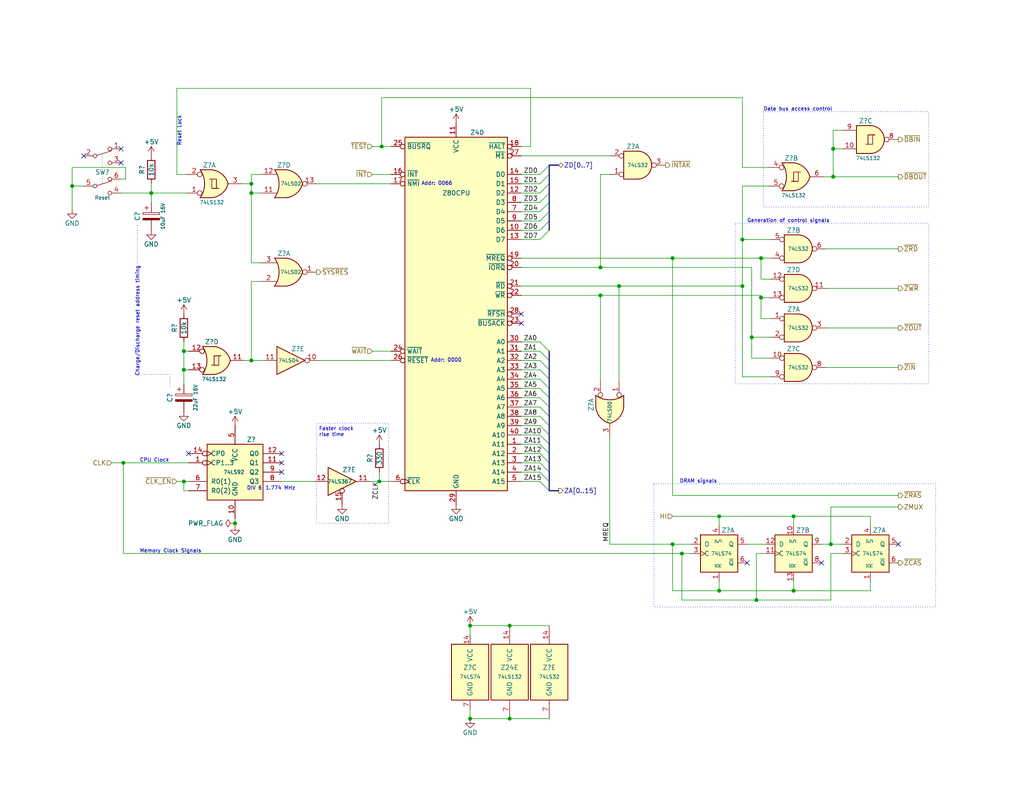
<source format=kicad_sch>
(kicad_sch (version 20230121) (generator eeschema)
  (paper "USLetter")
  (title_block (title "TRS-80 Model I") (date "2023-10-24") (rev "G") (company "RetroStack - Marcel Erz") (comment 2 "CPU with reset circuits (button and power-up), clock divider, RAS & CAS divider, signals") (comment 4 "CPU & Signals"))
  (lib_symbols
    (symbol "74xx:74LS00" (pin_names (offset 1.016))
      (property "Reference" "U" (at 0 1.27 0))
      (property "Value" "74LS00" (at 0 -1.27 0))
      (symbol "74LS00_1_1"
        (pin input line (at -7.62 2.54 0) (length 3.81) (name "~") (number "1"))
        (pin input line (at -7.62 -2.54 0) (length 3.81) (name "~") (number "2"))
        (pin output inverted (at 7.62 0 180) (length 3.81) (name "~") (number "3"))
      )
      (symbol "74LS00_1_2"
        (pin input inverted (at -7.62 2.54 0) (length 4.318) (name "~") (number "1"))
        (pin input inverted (at -7.62 -2.54 0) (length 4.318) (name "~") (number "2"))
        (pin output line (at 7.62 0 180) (length 3.81) (name "~") (number "3"))
      )
      (symbol "74LS00_2_1"
        (pin input line (at -7.62 2.54 0) (length 3.81) (name "~") (number "4"))
        (pin input line (at -7.62 -2.54 0) (length 3.81) (name "~") (number "5"))
        (pin output inverted (at 7.62 0 180) (length 3.81) (name "~") (number "6"))
      )
      (symbol "74LS00_2_2"
        (pin input inverted (at -7.62 2.54 0) (length 4.318) (name "~") (number "4"))
        (pin input inverted (at -7.62 -2.54 0) (length 4.318) (name "~") (number "5"))
        (pin output line (at 7.62 0 180) (length 3.81) (name "~") (number "6"))
      )
      (symbol "74LS00_3_1"
        (pin input line (at -7.62 -2.54 0) (length 3.81) (name "~") (number "10"))
        (pin output inverted (at 7.62 0 180) (length 3.81) (name "~") (number "8"))
        (pin input line (at -7.62 2.54 0) (length 3.81) (name "~") (number "9"))
      )
      (symbol "74LS00_3_2"
        (pin input inverted (at -7.62 -2.54 0) (length 4.318) (name "~") (number "10"))
        (pin output line (at 7.62 0 180) (length 3.81) (name "~") (number "8"))
        (pin input inverted (at -7.62 2.54 0) (length 4.318) (name "~") (number "9"))
      )
      (symbol "74LS00_4_1"
        (pin output inverted (at 7.62 0 180) (length 3.81) (name "~") (number "11"))
        (pin input line (at -7.62 2.54 0) (length 3.81) (name "~") (number "12"))
        (pin input line (at -7.62 -2.54 0) (length 3.81) (name "~") (number "13"))
      )
      (symbol "74LS00_4_2"
        (pin output line (at 7.62 0 180) (length 3.81) (name "~") (number "11"))
        (pin input inverted (at -7.62 2.54 0) (length 4.318) (name "~") (number "12"))
        (pin input inverted (at -7.62 -2.54 0) (length 4.318) (name "~") (number "13"))
      )
      (symbol "74LS00_5_0"
        (pin power_in line (at 0 12.7 270) (length 5.08) (name "VCC") (number "14"))
        (pin power_in line (at 0 -12.7 90) (length 5.08) (name "GND") (number "7"))
      )
    )
    (symbol "74xx:74LS02" (pin_names (offset 1.016))
      (property "Reference" "U" (at 0 1.27 0))
      (property "Value" "74LS02" (at 0 -1.27 0))
      (symbol "74LS02_1_1"
        (pin output inverted (at 7.62 0 180) (length 3.81) (name "~") (number "1"))
        (pin input line (at -7.62 2.54 0) (length 4.318) (name "~") (number "2"))
        (pin input line (at -7.62 -2.54 0) (length 4.318) (name "~") (number "3"))
      )
      (symbol "74LS02_1_2"
        (pin output line (at 7.62 0 180) (length 3.81) (name "~") (number "1"))
        (pin input inverted (at -7.62 2.54 0) (length 3.81) (name "~") (number "2"))
        (pin input inverted (at -7.62 -2.54 0) (length 3.81) (name "~") (number "3"))
      )
      (symbol "74LS02_2_1"
        (pin output inverted (at 7.62 0 180) (length 3.81) (name "~") (number "4"))
        (pin input line (at -7.62 2.54 0) (length 4.318) (name "~") (number "5"))
        (pin input line (at -7.62 -2.54 0) (length 4.318) (name "~") (number "6"))
      )
      (symbol "74LS02_2_2"
        (pin output line (at 7.62 0 180) (length 3.81) (name "~") (number "4"))
        (pin input inverted (at -7.62 2.54 0) (length 3.81) (name "~") (number "5"))
        (pin input inverted (at -7.62 -2.54 0) (length 3.81) (name "~") (number "6"))
      )
      (symbol "74LS02_3_1"
        (pin output inverted (at 7.62 0 180) (length 3.81) (name "~") (number "10"))
        (pin input line (at -7.62 2.54 0) (length 4.318) (name "~") (number "8"))
        (pin input line (at -7.62 -2.54 0) (length 4.318) (name "~") (number "9"))
      )
      (symbol "74LS02_3_2"
        (pin output line (at 7.62 0 180) (length 3.81) (name "~") (number "10"))
        (pin input inverted (at -7.62 2.54 0) (length 3.81) (name "~") (number "8"))
        (pin input inverted (at -7.62 -2.54 0) (length 3.81) (name "~") (number "9"))
      )
      (symbol "74LS02_4_1"
        (pin input line (at -7.62 2.54 0) (length 4.318) (name "~") (number "11"))
        (pin input line (at -7.62 -2.54 0) (length 4.318) (name "~") (number "12"))
        (pin output inverted (at 7.62 0 180) (length 3.81) (name "~") (number "13"))
      )
      (symbol "74LS02_4_2"
        (pin input inverted (at -7.62 2.54 0) (length 3.81) (name "~") (number "11"))
        (pin input inverted (at -7.62 -2.54 0) (length 3.81) (name "~") (number "12"))
        (pin output line (at 7.62 0 180) (length 3.81) (name "~") (number "13"))
      )
      (symbol "74LS02_5_0"
        (pin power_in line (at 0 12.7 270) (length 5.08) (name "VCC") (number "14"))
        (pin power_in line (at 0 -12.7 90) (length 5.08) (name "GND") (number "7"))
      )
    )
    (symbol "74xx:74LS04"
      (property "Reference" "U" (at 0 1.27 0))
      (property "Value" "74LS04" (at 0 -1.27 0))
      (symbol "74LS04_1_0"
        (pin input line (at -7.62 0 0) (length 3.81) (name "~") (number "1"))
        (pin output inverted (at 7.62 0 180) (length 3.81) (name "~") (number "2"))
      )
      (symbol "74LS04_2_0"
        (pin input line (at -7.62 0 0) (length 3.81) (name "~") (number "3"))
        (pin output inverted (at 7.62 0 180) (length 3.81) (name "~") (number "4"))
      )
      (symbol "74LS04_3_0"
        (pin input line (at -7.62 0 0) (length 3.81) (name "~") (number "5"))
        (pin output inverted (at 7.62 0 180) (length 3.81) (name "~") (number "6"))
      )
      (symbol "74LS04_4_0"
        (pin output inverted (at 7.62 0 180) (length 3.81) (name "~") (number "8"))
        (pin input line (at -7.62 0 0) (length 3.81) (name "~") (number "9"))
      )
      (symbol "74LS04_5_0"
        (pin output inverted (at 7.62 0 180) (length 3.81) (name "~") (number "10"))
        (pin input line (at -7.62 0 0) (length 3.81) (name "~") (number "11"))
      )
      (symbol "74LS04_6_0"
        (pin output inverted (at 7.62 0 180) (length 3.81) (name "~") (number "12"))
        (pin input line (at -7.62 0 0) (length 3.81) (name "~") (number "13"))
      )
      (symbol "74LS04_7_0"
        (pin power_in line (at 0 12.7 270) (length 5.08) (name "VCC") (number "14"))
        (pin power_in line (at 0 -12.7 90) (length 5.08) (name "GND") (number "7"))
      )
    )
    (symbol "74xx:74LS132" (pin_names (offset 1.016))
      (property "Reference" "U" (at 0 1.27 0))
      (property "Value" "74LS132" (at 0 -1.27 0))
      (symbol "74LS132_1_1"
        (pin input line (at -7.62 2.54 0) (length 3.81) (name "~") (number "1"))
        (pin input line (at -7.62 -2.54 0) (length 3.81) (name "~") (number "2"))
        (pin output inverted (at 7.62 0 180) (length 3.81) (name "~") (number "3"))
      )
      (symbol "74LS132_1_2"
        (pin input inverted (at -7.62 2.54 0) (length 4.318) (name "~") (number "1"))
        (pin input inverted (at -7.62 -2.54 0) (length 4.318) (name "~") (number "2"))
        (pin output line (at 7.62 0 180) (length 3.81) (name "~") (number "3"))
      )
      (symbol "74LS132_2_1"
        (pin input line (at -7.62 2.54 0) (length 3.81) (name "~") (number "4"))
        (pin input line (at -7.62 -2.54 0) (length 3.81) (name "~") (number "5"))
        (pin output inverted (at 7.62 0 180) (length 3.81) (name "~") (number "6"))
      )
      (symbol "74LS132_2_2"
        (pin input inverted (at -7.62 2.54 0) (length 4.318) (name "~") (number "4"))
        (pin input inverted (at -7.62 -2.54 0) (length 4.318) (name "~") (number "5"))
        (pin output line (at 7.62 0 180) (length 3.81) (name "~") (number "6"))
      )
      (symbol "74LS132_3_1"
        (pin input line (at -7.62 -2.54 0) (length 3.81) (name "~") (number "10"))
        (pin output inverted (at 7.62 0 180) (length 3.81) (name "~") (number "8"))
        (pin input line (at -7.62 2.54 0) (length 3.81) (name "~") (number "9"))
      )
      (symbol "74LS132_3_2"
        (pin input inverted (at -7.62 -2.54 0) (length 4.318) (name "~") (number "10"))
        (pin output line (at 7.62 0 180) (length 3.81) (name "~") (number "8"))
        (pin input inverted (at -7.62 2.54 0) (length 4.318) (name "~") (number "9"))
      )
      (symbol "74LS132_4_1"
        (pin output inverted (at 7.62 0 180) (length 3.81) (name "~") (number "11"))
        (pin input line (at -7.62 2.54 0) (length 3.81) (name "~") (number "12"))
        (pin input line (at -7.62 -2.54 0) (length 3.81) (name "~") (number "13"))
      )
      (symbol "74LS132_4_2"
        (pin output line (at 7.62 0 180) (length 3.81) (name "~") (number "11"))
        (pin input inverted (at -7.62 2.54 0) (length 4.318) (name "~") (number "12"))
        (pin input inverted (at -7.62 -2.54 0) (length 4.318) (name "~") (number "13"))
      )
      (symbol "74LS132_5_0"
        (pin power_in line (at 0 12.7 270) (length 5.08) (name "VCC") (number "14"))
        (pin power_in line (at 0 -12.7 90) (length 5.08) (name "GND") (number "7"))
      )
    )
    (symbol "74xx:74LS32" (pin_names (offset 1.016))
      (property "Reference" "U" (at 0 1.27 0))
      (property "Value" "74LS32" (at 0 -1.27 0))
      (symbol "74LS32_1_1"
        (pin input line (at -7.62 2.54 0) (length 4.318) (name "~") (number "1"))
        (pin input line (at -7.62 -2.54 0) (length 4.318) (name "~") (number "2"))
        (pin output line (at 7.62 0 180) (length 3.81) (name "~") (number "3"))
      )
      (symbol "74LS32_1_2"
        (pin input inverted (at -7.62 2.54 0) (length 3.81) (name "~") (number "1"))
        (pin input inverted (at -7.62 -2.54 0) (length 3.81) (name "~") (number "2"))
        (pin output inverted (at 7.62 0 180) (length 3.81) (name "~") (number "3"))
      )
      (symbol "74LS32_2_1"
        (pin input line (at -7.62 2.54 0) (length 4.318) (name "~") (number "4"))
        (pin input line (at -7.62 -2.54 0) (length 4.318) (name "~") (number "5"))
        (pin output line (at 7.62 0 180) (length 3.81) (name "~") (number "6"))
      )
      (symbol "74LS32_2_2"
        (pin input inverted (at -7.62 2.54 0) (length 3.81) (name "~") (number "4"))
        (pin input inverted (at -7.62 -2.54 0) (length 3.81) (name "~") (number "5"))
        (pin output inverted (at 7.62 0 180) (length 3.81) (name "~") (number "6"))
      )
      (symbol "74LS32_3_1"
        (pin input line (at -7.62 -2.54 0) (length 4.318) (name "~") (number "10"))
        (pin output line (at 7.62 0 180) (length 3.81) (name "~") (number "8"))
        (pin input line (at -7.62 2.54 0) (length 4.318) (name "~") (number "9"))
      )
      (symbol "74LS32_3_2"
        (pin input inverted (at -7.62 -2.54 0) (length 3.81) (name "~") (number "10"))
        (pin output inverted (at 7.62 0 180) (length 3.81) (name "~") (number "8"))
        (pin input inverted (at -7.62 2.54 0) (length 3.81) (name "~") (number "9"))
      )
      (symbol "74LS32_4_1"
        (pin output line (at 7.62 0 180) (length 3.81) (name "~") (number "11"))
        (pin input line (at -7.62 2.54 0) (length 4.318) (name "~") (number "12"))
        (pin input line (at -7.62 -2.54 0) (length 4.318) (name "~") (number "13"))
      )
      (symbol "74LS32_4_2"
        (pin output inverted (at 7.62 0 180) (length 3.81) (name "~") (number "11"))
        (pin input inverted (at -7.62 2.54 0) (length 3.81) (name "~") (number "12"))
        (pin input inverted (at -7.62 -2.54 0) (length 3.81) (name "~") (number "13"))
      )
      (symbol "74LS32_5_0"
        (pin power_in line (at 0 12.7 270) (length 5.08) (name "VCC") (number "14"))
        (pin power_in line (at 0 -12.7 90) (length 5.08) (name "GND") (number "7"))
      )
    )
    (symbol "74xx:74LS74" (pin_names (offset 1.016))
      (property "Reference" "U" (at -7.62 8.89 0))
      (property "Value" "74LS74" (at -7.62 -8.89 0))
      (symbol "74LS74_1_0"
        (pin input line (at 0 -7.62 90) (length 2.54) (name "~{R}") (number "1"))
        (pin input line (at -7.62 2.54 0) (length 2.54) (name "D") (number "2"))
        (pin input clock (at -7.62 0 0) (length 2.54) (name "C") (number "3"))
        (pin input line (at 0 7.62 270) (length 2.54) (name "~{S}") (number "4"))
        (pin output line (at 7.62 2.54 180) (length 2.54) (name "Q") (number "5"))
        (pin output line (at 7.62 -2.54 180) (length 2.54) (name "~{Q}") (number "6"))
      )
      (symbol "74LS74_2_0"
        (pin input line (at 0 7.62 270) (length 2.54) (name "~{S}") (number "10"))
        (pin input clock (at -7.62 0 0) (length 2.54) (name "C") (number "11"))
        (pin input line (at -7.62 2.54 0) (length 2.54) (name "D") (number "12"))
        (pin input line (at 0 -7.62 90) (length 2.54) (name "~{R}") (number "13"))
        (pin output line (at 7.62 -2.54 180) (length 2.54) (name "~{Q}") (number "8"))
        (pin output line (at 7.62 2.54 180) (length 2.54) (name "Q") (number "9"))
      )
      (symbol "74LS74_3_0"
        (pin power_in line (at 0 10.16 270) (length 2.54) (name "VCC") (number "14"))
        (pin power_in line (at 0 -10.16 90) (length 2.54) (name "GND") (number "7"))
      )
    )
    (symbol "74xx:74LS92" (pin_names (offset 1.016))
      (property "Reference" "U" (at -7.62 8.89 0))
      (property "Value" "74LS92" (at -7.62 -8.89 0))
      (symbol "74LS92_1_0"
        (pin input inverted_clock (at -12.7 2.54 0) (length 5.08) (name "CP1..3") (number "1"))
        (pin power_in line (at 0 -12.7 90) (length 5.08) (name "GND") (number "10"))
        (pin output line (at 12.7 2.54 180) (length 5.08) (name "Q1") (number "11"))
        (pin output line (at 12.7 5.08 180) (length 5.08) (name "Q0") (number "12"))
        (pin input inverted_clock (at -12.7 5.08 0) (length 5.08) (name "CP0") (number "14"))
        (pin power_in line (at 0 12.7 270) (length 5.08) (name "VCC") (number "5"))
        (pin input line (at -12.7 -2.54 0) (length 5.08) (name "R0(1)") (number "6"))
        (pin input line (at -12.7 -5.08 0) (length 5.08) (name "R0(2)") (number "7"))
        (pin output line (at 12.7 -2.54 180) (length 5.08) (name "Q3") (number "8"))
        (pin output line (at 12.7 0 180) (length 5.08) (name "Q2") (number "9"))
      )
    )
    (symbol "Device:C_Polarized" (pin_numbers hide) (pin_names (offset 0.254))
      (property "Reference" "C" (at 0.635 2.54 0))
      (property "Value" "C_Polarized" (at 0.635 -2.54 0))
      (symbol "C_Polarized_1_1"
        (pin passive line (at 0 3.81 270) (length 2.794) (name "~") (number "1"))
        (pin passive line (at 0 -3.81 90) (length 2.794) (name "~") (number "2"))
      )
    )
    (symbol "Device:R" (pin_numbers hide) (pin_names (offset 0))
      (property "Reference" "R" (at 2.032 0 90))
      (property "Value" "R" (at 0 0 90))
      (symbol "R_1_1"
        (pin passive line (at 0 3.81 270) (length 1.27) (name "~") (number "1"))
        (pin passive line (at 0 -3.81 90) (length 1.27) (name "~") (number "2"))
      )
    )
    (symbol "RetroStackLibrary:74LS367_Split" (pin_names (offset 1.016))
      (property "Reference" "U" (at 0 1.27 0))
      (property "Value" "74LS367" (at 0 -1.27 0))
      (symbol "74LS367_Split_1_0"
        (pin input inverted (at 0 6.35 270) (length 4.445) (name "~") (number "1"))
        (pin input line (at -7.62 0 0) (length 3.81) (name "~") (number "2"))
        (pin tri_state line (at 7.62 0 180) (length 3.81) (name "~") (number "3"))
      )
      (symbol "74LS367_Split_2_0"
        (pin input line (at -7.62 0 0) (length 3.81) (name "~") (number "4"))
        (pin tri_state line (at 7.62 0 180) (length 3.81) (name "~") (number "5"))
      )
      (symbol "74LS367_Split_3_0"
        (pin input line (at -7.62 0 0) (length 3.81) (name "~") (number "6"))
        (pin tri_state line (at 7.62 0 180) (length 3.81) (name "~") (number "7"))
      )
      (symbol "74LS367_Split_4_0"
        (pin input line (at -7.62 0 0) (length 3.81) (name "~") (number "10"))
        (pin tri_state line (at 7.62 0 180) (length 3.81) (name "~") (number "9"))
      )
      (symbol "74LS367_Split_5_0"
        (pin tri_state line (at 8.255 -6.35 180) (length 3.81) (name "~") (number "11"))
        (pin input line (at -6.985 -6.35 0) (length 3.81) (name "~") (number "12"))
        (pin input inverted (at 0.635 0 270) (length 4.445) (name "~") (number "15"))
      )
      (symbol "74LS367_Split_6_0"
        (pin tri_state line (at 7.62 0 180) (length 3.81) (name "~") (number "13"))
        (pin input line (at -7.62 0 0) (length 3.81) (name "~") (number "14"))
      )
      (symbol "74LS367_Split_7_0"
        (pin power_in line (at 0 1.905 270) (length 5.08) (name "VCC") (number "16"))
        (pin power_in line (at 0 -23.495 90) (length 5.08) (name "GND") (number "8"))
      )
    )
    (symbol "RetroStackLibrary:SW_DPST"
      (property "Reference" "SW" (at 0 0 0))
      (symbol "SW_DPST_1_1"
        (pin passive line (at 4.445 -2.54 180) (length 2.54) (name "~") (number "1"))
        (pin passive line (at -5.715 -4.445 0) (length 2.54) (name "~") (number "2"))
        (pin passive line (at 4.445 -6.35 180) (length 2.54) (name "~") (number "3"))
        (pin passive line (at 4.445 -14.605 180) (length 2.54) (name "~") (number "4"))
        (pin passive line (at -5.715 -12.7 0) (length 2.54) (name "~") (number "5"))
        (pin passive line (at 4.445 -10.795 180) (length 2.54) (name "~") (number "6"))
      )
    )
    (symbol "RetroStackLibrary:Z80"
      (property "Reference" "U" (at 0 0 0))
      (property "Value" "Z80" (at 0 0 0))
      (symbol "Z80_1_1"
        (pin output line (at 17.78 -87.63 180) (length 3.81) (name "A11") (number "1"))
        (pin bidirectional line (at 17.78 -29.21 180) (length 3.81) (name "D6") (number "10"))
        (pin power_in line (at 0 0 270) (length 3.81) (name "VCC") (number "11"))
        (pin bidirectional line (at 17.78 -19.05 180) (length 3.81) (name "D2") (number "12"))
        (pin bidirectional line (at 17.78 -31.75 180) (length 3.81) (name "D7") (number "13"))
        (pin bidirectional line (at 17.78 -13.97 180) (length 3.81) (name "D0") (number "14"))
        (pin bidirectional line (at 17.78 -16.51 180) (length 3.81) (name "D1") (number "15"))
        (pin input inverted (at -17.78 -13.97 0) (length 3.81) (name "~{INT}") (number "16"))
        (pin input inverted (at -17.78 -16.51 0) (length 3.81) (name "~{NMI}") (number "17"))
        (pin output inverted (at 17.78 -6.35 180) (length 3.81) (name "~{HALT}") (number "18"))
        (pin output inverted (at 17.78 -36.83 180) (length 3.81) (name "~{MREQ}") (number "19"))
        (pin output line (at 17.78 -90.17 180) (length 3.81) (name "A12") (number "2"))
        (pin output inverted (at 17.78 -39.37 180) (length 3.81) (name "~{IORQ}") (number "20"))
        (pin output inverted (at 17.78 -44.45 180) (length 3.81) (name "~{RD}") (number "21"))
        (pin output inverted (at 17.78 -46.99 180) (length 3.81) (name "~{WR}") (number "22"))
        (pin output inverted (at 17.78 -54.61 180) (length 3.81) (name "~{BUSACK}") (number "23"))
        (pin input inverted (at -17.78 -62.23 0) (length 3.81) (name "~{WAIT}") (number "24"))
        (pin input inverted (at -17.78 -6.35 0) (length 3.81) (name "~{BUSRQ}") (number "25"))
        (pin input inverted (at -17.78 -64.77 0) (length 3.81) (name "~{RESET}") (number "26"))
        (pin output inverted (at 17.78 -8.89 180) (length 3.81) (name "~{M1}") (number "27"))
        (pin output inverted (at 17.78 -52.07 180) (length 3.81) (name "~{RFSH}") (number "28"))
        (pin power_in line (at 0 -104.14 90) (length 3.81) (name "GND") (number "29"))
        (pin output line (at 17.78 -92.71 180) (length 3.81) (name "A13") (number "3"))
        (pin output line (at 17.78 -59.69 180) (length 3.81) (name "A0") (number "30"))
        (pin output line (at 17.78 -62.23 180) (length 3.81) (name "A1") (number "31"))
        (pin output line (at 17.78 -64.77 180) (length 3.81) (name "A2") (number "32"))
        (pin output line (at 17.78 -67.31 180) (length 3.81) (name "A3") (number "33"))
        (pin output line (at 17.78 -69.85 180) (length 3.81) (name "A4") (number "34"))
        (pin output line (at 17.78 -72.39 180) (length 3.81) (name "A5") (number "35"))
        (pin output line (at 17.78 -74.93 180) (length 3.81) (name "A6") (number "36"))
        (pin output line (at 17.78 -77.47 180) (length 3.81) (name "A7") (number "37"))
        (pin output line (at 17.78 -80.01 180) (length 3.81) (name "A8") (number "38"))
        (pin output line (at 17.78 -82.55 180) (length 3.81) (name "A9") (number "39"))
        (pin output line (at 17.78 -95.25 180) (length 3.81) (name "A14") (number "4"))
        (pin output line (at 17.78 -85.09 180) (length 3.81) (name "A10") (number "40"))
        (pin output line (at 17.78 -97.79 180) (length 3.81) (name "A15") (number "5"))
        (pin input inverted_clock (at -17.78 -97.79 0) (length 3.81) (name "~{CLK}") (number "6"))
        (pin bidirectional line (at 17.78 -24.13 180) (length 3.81) (name "D4") (number "7"))
        (pin bidirectional line (at 17.78 -21.59 180) (length 3.81) (name "D3") (number "8"))
        (pin bidirectional line (at 17.78 -26.67 180) (length 3.81) (name "D5") (number "9"))
      )
    )
    (symbol "power:+5V" (power) (pin_names (offset 0))
      (property "Value" "+5V" (at 0 3.556 0))
      (symbol "+5V_1_1"
        (pin power_in line (at 0 0 90) (length 0) hide (name "+5V") (number "1"))
      )
    )
    (symbol "power:GND" (power) (pin_names (offset 0))
      (property "Value" "GND" (at 0 -3.81 0))
      (symbol "GND_1_1"
        (pin power_in line (at 0 0 270) (length 0) hide (name "GND") (number "1"))
      )
    )
    (symbol "power:PWR_FLAG" (power) (pin_numbers hide) (pin_names (offset 0) hide)
      (property "Value" "PWR_FLAG" (at 0 3.81 0))
      (symbol "PWR_FLAG_0_0"
        (pin power_out line (at 0 0 90) (length 0) (name "pwr") (number "1"))
      )
    )
  )
  (junction (at 103.505 131.445))
  (junction (at 50.165 131.445))
  (junction (at 139.065 196.215))
  (junction (at 226.695 148.59))
  (junction (at 196.215 140.97))
  (junction (at 19.685 50.8))
  (junction (at 186.055 151.13))
  (junction (at 183.515 148.59))
  (junction (at 50.165 95.885))
  (junction (at 202.565 78.105))
  (junction (at 41.275 52.705))
  (junction (at 207.645 81.28))
  (junction (at 68.58 50.165))
  (junction (at 128.27 196.215))
  (junction (at 163.83 80.645))
  (junction (at 64.135 142.875))
  (junction (at 183.515 70.485))
  (junction (at 216.535 161.29))
  (junction (at 207.645 70.485))
  (junction (at 216.535 140.97))
  (junction (at 68.58 98.425))
  (junction (at 104.14 40.005))
  (junction (at 206.375 163.83))
  (junction (at 163.83 73.025))
  (junction (at 168.91 78.105))
  (junction (at 227.33 48.26))
  (junction (at 202.565 65.405))
  (junction (at 227.33 40.64))
  (junction (at 128.27 170.815))
  (junction (at 33.655 126.365))
  (junction (at 205.105 92.075))
  (junction (at 196.215 161.29))
  (junction (at 68.58 52.705))
  (junction (at 50.165 100.965))
  (junction (at 139.065 170.815))
  (no_connect (at 76.835 126.365))
  (no_connect (at 33.02 44.45))
  (no_connect (at 22.86 42.545))
  (no_connect (at 203.835 153.67))
  (no_connect (at 142.24 88.265))
  (no_connect (at 142.24 85.725))
  (no_connect (at 33.02 40.64))
  (no_connect (at 51.435 123.825))
  (no_connect (at 76.835 123.825))
  (no_connect (at 245.11 148.59))
  (no_connect (at 76.835 128.905))
  (no_connect (at 224.155 153.67))
  (bus_entry (at 147.32 62.865) (size 2.54 -2.54))
  (bus_entry (at 147.32 113.665) (size 2.54 2.54))
  (bus_entry (at 147.32 93.345) (size 2.54 2.54))
  (bus_entry (at 147.32 65.405) (size 2.54 -2.54))
  (bus_entry (at 147.32 118.745) (size 2.54 2.54))
  (bus_entry (at 147.32 57.785) (size 2.54 -2.54))
  (bus_entry (at 147.32 103.505) (size 2.54 2.54))
  (bus_entry (at 147.32 106.045) (size 2.54 2.54))
  (bus_entry (at 147.32 126.365) (size 2.54 2.54))
  (bus_entry (at 147.32 55.245) (size 2.54 -2.54))
  (bus_entry (at 147.32 128.905) (size 2.54 2.54))
  (bus_entry (at 147.32 111.125) (size 2.54 2.54))
  (bus_entry (at 147.32 121.285) (size 2.54 2.54))
  (bus_entry (at 147.32 123.825) (size 2.54 2.54))
  (bus_entry (at 147.32 108.585) (size 2.54 2.54))
  (bus_entry (at 147.32 116.205) (size 2.54 2.54))
  (bus_entry (at 147.32 47.625) (size 2.54 -2.54))
  (bus_entry (at 147.32 50.165) (size 2.54 -2.54))
  (bus_entry (at 147.32 52.705) (size 2.54 -2.54))
  (bus_entry (at 147.32 98.425) (size 2.54 2.54))
  (bus_entry (at 147.32 95.885) (size 2.54 2.54))
  (bus_entry (at 147.32 100.965) (size 2.54 2.54))
  (bus_entry (at 147.32 131.445) (size 2.54 2.54))
  (bus_entry (at 147.32 60.325) (size 2.54 -2.54))
  (bus (pts (xy 149.86 100.965) (xy 149.86 103.505)))
  (wire (pts (xy 142.24 131.445) (xy 147.32 131.445)))
  (wire (pts (xy 104.14 26.67) (xy 104.14 40.005)))
  (wire (pts (xy 196.215 140.97) (xy 216.535 140.97)))
  (bus (pts (xy 149.86 116.205) (xy 149.86 118.745)))
  (wire (pts (xy 48.26 131.445) (xy 50.165 131.445)))
  (wire (pts (xy 225.425 67.945) (xy 245.11 67.945)))
  (wire (pts (xy 225.425 100.33) (xy 245.11 100.33)))
  (wire (pts (xy 68.58 50.165) (xy 68.58 52.705)))
  (wire (pts (xy 196.215 161.29) (xy 216.535 161.29)))
  (wire (pts (xy 142.24 73.025) (xy 163.83 73.025)))
  (wire (pts (xy 229.87 151.13) (xy 226.695 151.13)))
  (wire (pts (xy 142.24 60.325) (xy 147.32 60.325)))
  (wire (pts (xy 50.8 47.625) (xy 48.26 47.625)))
  (wire (pts (xy 227.33 35.56) (xy 227.33 40.64)))
  (wire (pts (xy 22.86 50.8) (xy 19.685 50.8)))
  (wire (pts (xy 142.24 106.045) (xy 147.32 106.045)))
  (bus (pts (xy 149.86 118.745) (xy 149.86 121.285)))
  (wire (pts (xy 71.12 47.625) (xy 68.58 47.625)))
  (wire (pts (xy 227.33 40.64) (xy 227.33 48.26)))
  (wire (pts (xy 183.515 140.97) (xy 196.215 140.97)))
  (bus (pts (xy 149.86 108.585) (xy 149.86 111.125)))
  (bus (pts (xy 149.86 60.325) (xy 149.86 57.785)))
  (wire (pts (xy 225.425 89.535) (xy 245.11 89.535)))
  (wire (pts (xy 71.12 71.755) (xy 68.58 71.755)))
  (wire (pts (xy 34.29 48.895) (xy 34.29 45.72)))
  (wire (pts (xy 142.24 126.365) (xy 147.32 126.365)))
  (bus (pts (xy 149.86 52.705) (xy 149.86 50.165)))
  (wire (pts (xy 142.24 113.665) (xy 147.32 113.665)))
  (bus (pts (xy 149.86 126.365) (xy 149.86 128.905)))
  (bus (pts (xy 149.86 131.445) (xy 149.86 133.985)))
  (wire (pts (xy 227.33 40.64) (xy 229.87 40.64)))
  (wire (pts (xy 142.24 123.825) (xy 147.32 123.825)))
  (wire (pts (xy 183.515 148.59) (xy 183.515 161.29)))
  (wire (pts (xy 226.695 151.13) (xy 226.695 163.83)))
  (bus (pts (xy 149.86 121.285) (xy 149.86 123.825)))
  (bus (pts (xy 149.86 47.625) (xy 149.86 45.085)))
  (bus (pts (xy 149.86 133.985) (xy 152.4 133.985)))
  (wire (pts (xy 103.505 128.905) (xy 103.505 131.445)))
  (wire (pts (xy 68.58 98.425) (xy 66.675 98.425)))
  (wire (pts (xy 237.49 161.29) (xy 216.535 161.29)))
  (wire (pts (xy 216.535 158.75) (xy 216.535 161.29)))
  (wire (pts (xy 224.79 48.26) (xy 227.33 48.26)))
  (wire (pts (xy 144.78 24.13) (xy 144.78 40.005)))
  (wire (pts (xy 183.515 70.485) (xy 207.645 70.485)))
  (wire (pts (xy 50.165 100.965) (xy 51.435 100.965)))
  (wire (pts (xy 50.165 95.885) (xy 51.435 95.885)))
  (wire (pts (xy 210.185 102.87) (xy 202.565 102.87)))
  (wire (pts (xy 142.24 62.865) (xy 147.32 62.865)))
  (wire (pts (xy 168.91 78.105) (xy 168.91 104.14)))
  (wire (pts (xy 142.24 52.705) (xy 147.32 52.705)))
  (wire (pts (xy 86.995 98.425) (xy 106.68 98.425)))
  (wire (pts (xy 19.685 50.8) (xy 19.685 57.15)))
  (wire (pts (xy 142.24 108.585) (xy 147.32 108.585)))
  (bus (pts (xy 149.86 106.045) (xy 149.86 108.585)))
  (bus (pts (xy 149.86 123.825) (xy 149.86 126.365)))
  (wire (pts (xy 142.24 118.745) (xy 147.32 118.745)))
  (wire (pts (xy 237.49 140.97) (xy 216.535 140.97)))
  (wire (pts (xy 166.37 47.625) (xy 163.83 47.625)))
  (wire (pts (xy 71.755 98.425) (xy 68.58 98.425)))
  (wire (pts (xy 142.24 42.545) (xy 166.37 42.545)))
  (wire (pts (xy 51.435 133.985) (xy 50.165 133.985)))
  (wire (pts (xy 33.02 48.895) (xy 34.29 48.895)))
  (wire (pts (xy 142.24 100.965) (xy 147.32 100.965)))
  (wire (pts (xy 142.24 93.345) (xy 147.32 93.345)))
  (bus (pts (xy 149.86 98.425) (xy 149.86 100.965)))
  (wire (pts (xy 142.24 47.625) (xy 147.32 47.625)))
  (wire (pts (xy 128.27 196.215) (xy 139.065 196.215)))
  (wire (pts (xy 142.24 95.885) (xy 147.32 95.885)))
  (wire (pts (xy 76.835 131.445) (xy 85.725 131.445)))
  (polyline (pts (xy 38.735 102.235) (xy 46.355 102.235)) (stroke (width 0) (type dot)))
  (wire (pts (xy 207.645 80.645) (xy 207.645 81.28)))
  (wire (pts (xy 50.165 93.345) (xy 50.165 95.885)))
  (wire (pts (xy 142.24 80.645) (xy 163.83 80.645)))
  (wire (pts (xy 168.91 78.105) (xy 202.565 78.105)))
  (wire (pts (xy 68.58 76.835) (xy 68.58 98.425)))
  (wire (pts (xy 50.165 131.445) (xy 51.435 131.445)))
  (wire (pts (xy 202.565 78.105) (xy 202.565 65.405)))
  (wire (pts (xy 104.14 40.005) (xy 106.68 40.005)))
  (wire (pts (xy 245.11 138.43) (xy 226.695 138.43)))
  (wire (pts (xy 210.185 76.2) (xy 207.645 76.2)))
  (bus (pts (xy 149.86 62.865) (xy 149.86 60.325)))
  (wire (pts (xy 33.655 126.365) (xy 51.435 126.365)))
  (wire (pts (xy 68.58 52.705) (xy 71.12 52.705)))
  (wire (pts (xy 163.83 80.645) (xy 207.645 80.645)))
  (wire (pts (xy 142.24 103.505) (xy 147.32 103.505)))
  (bus (pts (xy 149.86 95.885) (xy 149.86 98.425)))
  (wire (pts (xy 237.49 143.51) (xy 237.49 140.97)))
  (polyline (pts (xy 46.355 102.235) (xy 46.355 106.045)) (stroke (width 0) (type dot)))
  (wire (pts (xy 128.27 193.675) (xy 128.27 196.215)))
  (wire (pts (xy 128.27 173.355) (xy 128.27 170.815)))
  (wire (pts (xy 210.185 97.79) (xy 205.105 97.79)))
  (wire (pts (xy 163.83 73.025) (xy 205.105 73.025)))
  (wire (pts (xy 202.565 65.405) (xy 210.185 65.405)))
  (wire (pts (xy 33.655 151.13) (xy 186.055 151.13)))
  (wire (pts (xy 68.58 52.705) (xy 68.58 71.755)))
  (wire (pts (xy 33.02 52.705) (xy 41.275 52.705)))
  (wire (pts (xy 48.26 47.625) (xy 48.26 24.13)))
  (wire (pts (xy 163.83 80.645) (xy 163.83 104.14)))
  (wire (pts (xy 166.37 148.59) (xy 183.515 148.59)))
  (wire (pts (xy 30.48 126.365) (xy 33.655 126.365)))
  (wire (pts (xy 50.165 100.965) (xy 50.165 104.775)))
  (wire (pts (xy 216.535 140.97) (xy 216.535 143.51)))
  (wire (pts (xy 237.49 158.75) (xy 237.49 161.29)))
  (polyline (pts (xy 37.465 61.595) (xy 37.465 72.39)) (stroke (width 0) (type dot)))
  (wire (pts (xy 50.165 131.445) (xy 50.165 133.985)))
  (wire (pts (xy 163.83 47.625) (xy 163.83 73.025)))
  (wire (pts (xy 142.24 50.165) (xy 147.32 50.165)))
  (wire (pts (xy 188.595 148.59) (xy 183.515 148.59)))
  (wire (pts (xy 203.835 148.59) (xy 208.915 148.59)))
  (wire (pts (xy 227.33 48.26) (xy 245.11 48.26)))
  (bus (pts (xy 149.86 113.665) (xy 149.86 116.205)))
  (wire (pts (xy 207.645 81.28) (xy 210.185 81.28)))
  (wire (pts (xy 103.505 131.445) (xy 106.68 131.445)))
  (bus (pts (xy 149.86 45.085) (xy 152.4 45.085)))
  (wire (pts (xy 196.215 143.51) (xy 196.215 140.97)))
  (wire (pts (xy 207.645 70.485) (xy 210.185 70.485)))
  (wire (pts (xy 41.275 52.705) (xy 50.8 52.705)))
  (wire (pts (xy 202.565 65.405) (xy 202.565 50.8)))
  (wire (pts (xy 142.24 40.005) (xy 144.78 40.005)))
  (wire (pts (xy 142.24 98.425) (xy 147.32 98.425)))
  (wire (pts (xy 41.275 50.165) (xy 41.275 52.705)))
  (wire (pts (xy 183.515 70.485) (xy 183.515 135.255)))
  (wire (pts (xy 104.14 26.67) (xy 202.565 26.67)))
  (wire (pts (xy 226.695 163.83) (xy 206.375 163.83)))
  (wire (pts (xy 48.26 24.13) (xy 144.78 24.13)))
  (wire (pts (xy 101.6 95.885) (xy 106.68 95.885)))
  (bus (pts (xy 149.86 50.165) (xy 149.86 47.625)))
  (wire (pts (xy 103.505 131.445) (xy 100.965 131.445)))
  (wire (pts (xy 224.155 148.59) (xy 226.695 148.59)))
  (wire (pts (xy 206.375 151.13) (xy 206.375 163.83)))
  (wire (pts (xy 202.565 102.87) (xy 202.565 78.105)))
  (wire (pts (xy 166.37 119.38) (xy 166.37 148.59)))
  (wire (pts (xy 225.425 78.74) (xy 245.11 78.74)))
  (wire (pts (xy 33.655 126.365) (xy 33.655 151.13)))
  (wire (pts (xy 101.6 47.625) (xy 106.68 47.625)))
  (wire (pts (xy 183.515 161.29) (xy 196.215 161.29)))
  (wire (pts (xy 202.565 45.72) (xy 209.55 45.72)))
  (wire (pts (xy 226.695 148.59) (xy 229.87 148.59)))
  (wire (pts (xy 142.24 55.245) (xy 147.32 55.245)))
  (wire (pts (xy 41.275 55.245) (xy 41.275 52.705)))
  (bus (pts (xy 149.86 57.785) (xy 149.86 55.245)))
  (wire (pts (xy 207.645 70.485) (xy 207.645 76.2)))
  (wire (pts (xy 34.29 45.72) (xy 19.685 45.72)))
  (wire (pts (xy 202.565 50.8) (xy 209.55 50.8)))
  (wire (pts (xy 19.685 45.72) (xy 19.685 50.8)))
  (bus (pts (xy 149.86 111.125) (xy 149.86 113.665)))
  (wire (pts (xy 101.6 40.005) (xy 104.14 40.005)))
  (wire (pts (xy 71.12 76.835) (xy 68.58 76.835)))
  (wire (pts (xy 64.135 141.605) (xy 64.135 142.875)))
  (wire (pts (xy 188.595 151.13) (xy 186.055 151.13)))
  (wire (pts (xy 142.24 78.105) (xy 168.91 78.105)))
  (bus (pts (xy 149.86 128.905) (xy 149.86 131.445)))
  (wire (pts (xy 196.215 161.29) (xy 196.215 158.75)))
  (wire (pts (xy 226.695 138.43) (xy 226.695 148.59)))
  (wire (pts (xy 142.24 57.785) (xy 147.32 57.785)))
  (wire (pts (xy 142.24 111.125) (xy 147.32 111.125)))
  (wire (pts (xy 128.27 170.815) (xy 139.065 170.815)))
  (wire (pts (xy 205.105 92.075) (xy 210.185 92.075)))
  (wire (pts (xy 142.24 128.905) (xy 147.32 128.905)))
  (wire (pts (xy 139.065 196.215) (xy 149.86 196.215)))
  (wire (pts (xy 245.11 135.255) (xy 183.515 135.255)))
  (wire (pts (xy 142.24 70.485) (xy 183.515 70.485)))
  (wire (pts (xy 207.645 86.995) (xy 207.645 81.28)))
  (wire (pts (xy 66.04 50.165) (xy 68.58 50.165)))
  (wire (pts (xy 142.24 116.205) (xy 147.32 116.205)))
  (wire (pts (xy 205.105 73.025) (xy 205.105 92.075)))
  (wire (pts (xy 139.065 170.815) (xy 149.86 170.815)))
  (wire (pts (xy 64.135 142.875) (xy 64.135 143.51)))
  (wire (pts (xy 86.36 50.165) (xy 106.68 50.165)))
  (wire (pts (xy 142.24 65.405) (xy 147.32 65.405)))
  (wire (pts (xy 142.24 121.285) (xy 147.32 121.285)))
  (wire (pts (xy 210.185 86.995) (xy 207.645 86.995)))
  (wire (pts (xy 202.565 26.67) (xy 202.565 45.72)))
  (bus (pts (xy 149.86 55.245) (xy 149.86 52.705)))
  (wire (pts (xy 229.87 35.56) (xy 227.33 35.56)))
  (wire (pts (xy 50.165 95.885) (xy 50.165 100.965)))
  (wire (pts (xy 206.375 151.13) (xy 208.915 151.13)))
  (wire (pts (xy 186.055 151.13) (xy 186.055 163.83)))
  (wire (pts (xy 205.105 97.79) (xy 205.105 92.075)))
  (wire (pts (xy 68.58 47.625) (xy 68.58 50.165)))
  (bus (pts (xy 149.86 103.505) (xy 149.86 106.045)))
  (wire (pts (xy 186.055 163.83) (xy 206.375 163.83)))
  (rectangle (start 86.36 115.57) (end 106.045 142.875) (stroke (width 0) (type dot)))
  (rectangle (start 200.66 60.96) (end 253.365 104.775) (stroke (width 0) (type dot)))
  (rectangle (start 178.435 132.08) (end 255.27 165.735) (stroke (width 0) (type dot)))
  (rectangle (start 208.28 30.48) (end 253.365 56.515) (stroke (width 0) (type dot)))
  (text "Data bus access control" (at 208.28 30.48 0) (effects (font (size 1 1)) (justify left bottom)))
  (text "DIV 6" (at 67.31 133.985 0) (effects (font (size 1 1)) (justify left bottom)))
  (text "Generation of control signals" (at 203.835 60.96 0) (effects (font (size 1 1)) (justify left bottom)))
  (text "Reset Lock" (at 49.53 40.005 90) (effects (font (size 1 1)) (justify left bottom)))
  (text "DRAM signals" (at 185.42 132.08 0) (effects (font (size 1 1)) (justify left bottom)))
  (text "1.774 MHz" (at 72.39 133.985 0) (effects (font (size 1 1)) (justify left bottom)))
  (text "Faster clock\nrise time" (at 86.995 119.38 0) (effects (font (size 1 1)) (justify left bottom)))
  (text "Memory Clock Signals" (at 38.1 151.13 0) (effects (font (size 1 1)) (justify left bottom)))
  (text "CPU Clock" (at 38.1 126.365 0) (effects (font (size 1 1)) (justify left bottom)))
  (text "Addr: 0000" (at 117.475 99.06 0) (effects (font (size 1 1)) (justify left bottom)))
  (text "Charge/Discharge reset address timing" (at 38.1 102.87 90) (effects (font (size 1 1)) (justify left bottom)))
  (text "Addr: 0066" (at 114.935 50.8 0) (effects (font (size 1 1)) (justify left bottom)))
  (label "ZA9" (at 142.875 116.205 0))
  (label "ZD3" (at 142.875 55.245 0))
  (label "ZD2" (at 142.875 52.705 0))
  (label "ZA1" (at 142.875 95.885 0))
  (label "ZA14" (at 142.875 128.905 0))
  (label "ZA2" (at 142.875 98.425 0))
  (label "ZA0" (at 142.875 93.345 0))
  (label "ZA11" (at 142.875 121.285 0))
  (label "ZA12" (at 142.875 123.825 0))
  (label "ZD0" (at 142.875 47.625 0))
  (label "MREQ" (at 166.37 147.955 90))
  (label "ZA8" (at 142.875 113.665 0))
  (label "ZD6" (at 142.875 62.865 0))
  (label "ZD4" (at 142.875 57.785 0))
  (label "ZA4" (at 142.875 103.505 0))
  (label "ZD7" (at 142.875 65.405 0))
  (label "ZA5" (at 142.875 106.045 0))
  (label "ZA15" (at 142.875 131.445 0))
  (label "ZA3" (at 142.875 100.965 0))
  (label "ZA13" (at 142.875 126.365 0))
  (label "ZCLK" (at 103.505 131.445 270))
  (label "ZA10" (at 142.875 118.745 0))
  (label "ZD1" (at 142.875 50.165 0))
  (label "ZA7" (at 142.875 111.125 0))
  (label "ZA6" (at 142.875 108.585 0))
  (label "ZD5" (at 142.875 60.325 0))
  (hierarchical_label "~{SYSRES}" (shape output) (at 86.36 74.295 0))
  (hierarchical_label "~{DBOUT}" (shape output) (at 245.11 48.26 0))
  (hierarchical_label "~{INTAK}" (shape output) (at 181.61 45.085 0))
  (hierarchical_label "~{ZWR}" (shape output) (at 245.11 78.74 0))
  (hierarchical_label "ZD[0..7]" (shape bidirectional) (at 152.4 45.085 0))
  (hierarchical_label "ZMUX" (shape output) (at 245.11 138.43 0))
  (hierarchical_label "~{TEST}" (shape input) (at 101.6 40.005 180))
  (hierarchical_label "~{ZRD}" (shape output) (at 245.11 67.945 0))
  (hierarchical_label "~{CLK_EN}" (shape input) (at 48.26 131.445 180))
  (hierarchical_label "~{DBIN}" (shape output) (at 245.11 38.1 0))
  (hierarchical_label "~{ZOUT}" (shape output) (at 245.11 89.535 0))
  (hierarchical_label "~{ZIN}" (shape output) (at 245.11 100.33 0))
  (hierarchical_label "~{INT}" (shape input) (at 101.6 47.625 180))
  (hierarchical_label "~{WAIT}" (shape input) (at 101.6 95.885 180))
  (hierarchical_label "~{ZCAS}" (shape output) (at 245.11 153.67 0))
  (hierarchical_label "HI" (shape input) (at 183.515 140.97 180))
  (hierarchical_label "CLK" (shape input) (at 30.48 126.365 180))
  (hierarchical_label "~{ZRAS}" (shape output) (at 245.11 135.255 0))
  (hierarchical_label "ZA[0..15]" (shape output) (at 152.4 133.985 0))
  (symbol (lib_id "74xx:74LS132") (at 217.17 48.26 0) (unit 2) (convert 2)
    (property "Reference" "Z?" (at 215.9 43.18 0))
    (property "Value" "74LS132" (at 216.535 53.34 0) (effects (font (size 1 1))))
    (property "Footprint" "RetroStackLibrary:TRS80_Model_I_DIP14" (effects hide))
    (property "Datasheet" "http://www.ti.com/lit/gpn/sn74LS132" (effects hide))
    (instances (project "TRS80_Model_I_G" (path "" (reference "Z?") (unit 2)) (path "" (reference "Z53") (unit 2))))
  )
  (symbol (lib_id "74xx:74LS32") (at 217.805 67.945 0) (mirror x) (unit 2) (convert 2)
    (property "Reference" "Z?" (at 216.535 62.865 0))
    (property "Value" "74LS32" (at 217.805 67.945 0) (effects (font (size 1 1))))
    (property "Footprint" "RetroStackLibrary:TRS80_Model_I_DIP14" (effects hide))
    (property "Datasheet" "http://www.ti.com/lit/gpn/sn74LS32" (effects hide))
    (instances (project "TRS80_Model_I_G" (path "" (reference "Z?") (unit 2)) (path "" (reference "Z23") (unit 2))))
  )
  (symbol (lib_id "power:+5V") (at 128.27 170.815 0) (unit 1)
    (property "Reference" "#PWR0116" (effects hide))
    (property "Value" "+5V" (at 128.27 167.005 0))
  )
  (symbol (lib_id "power:+5V") (at 50.165 85.725 0) (unit 1)
    (property "Reference" "#PWR010" (effects hide))
    (property "Value" "+5V" (at 50.165 81.915 0))
  )
  (symbol (lib_id "74xx:74LS132") (at 58.42 50.165 0) (mirror x) (unit 1) (convert 2)
    (property "Reference" "Z?" (at 57.15 45.085 0))
    (property "Value" "74LS132" (at 57.785 55.245 0) (effects (font (size 1 1))))
    (property "Footprint" "RetroStackLibrary:TRS80_Model_I_DIP14" (effects hide))
    (property "Datasheet" "http://www.ti.com/lit/gpn/sn74LS132" (effects hide))
    (instances (project "TRS80_Model_I_G" (path "" (reference "Z?") (unit 1)) (path "" (reference "Z53") (unit 1))))
  )
  (symbol (lib_id "74xx:74LS32") (at 217.805 78.74 0) (unit 4) (convert 2)
    (property "Reference" "Z?" (at 216.535 73.66 0))
    (property "Value" "74LS32" (at 217.805 78.74 0) (effects (font (size 1 1))))
    (property "Footprint" "RetroStackLibrary:TRS80_Model_I_DIP14" (effects hide))
    (property "Datasheet" "http://www.ti.com/lit/gpn/sn74LS32" (effects hide))
    (instances (project "TRS80_Model_I_G" (path "" (reference "Z?") (unit 4)) (path "" (reference "Z23") (unit 4))))
  )
  (symbol (lib_id "power:+5V") (at 103.505 121.285 0) (unit 1)
    (property "Reference" "#PWR019" (effects hide))
    (property "Value" "+5V" (at 103.505 117.475 0))
  )
  (symbol (lib_id "power:GND") (at 124.46 137.795 0) (unit 1)
    (property "Reference" "#PWR017" (effects hide))
    (property "Value" "GND" (at 124.46 141.605 0))
  )
  (symbol (lib_id "RetroStackLibrary:SW_DPST") (at 28.575 38.1 0) (unit 1)
    (property "Reference" "SW?" (at 27.94 46.99 0))
    (property "Value" "Reset" (at 27.94 53.975 0) (effects (font (size 1 1))))
    (property "Footprint" "RetroStackLibrary:TRS80_Model_I_Sw_Small" (effects hide))
    (instances (project "TRS80_Model_I_G" (path "" (reference "SW?") (unit 1)) (path "" (reference "S2") (unit 1))))
  )
  (symbol (lib_id "Device:R") (at 50.165 89.535 0) (unit 1)
    (property "Reference" "R?" (at 47.625 89.535 90))
    (property "Value" "10k" (at 50.165 89.535 90))
    (property "Footprint" "RetroStackLibrary:TRS80_Model_I_R_0.25W" (effects hide))
    (instances (project "TRS80_Model_I_G" (path "" (reference "R?") (unit 1)) (path "" (reference "R47") (unit 1))))
  )
  (symbol (lib_id "RetroStackLibrary:Z80") (at 124.46 33.655 0) (unit 1)
    (property "Reference" "Z40" (at 128.27 36.195 0) (effects (justify left)))
    (property "Value" "Z80CPU" (at 120.65 52.705 0) (effects (justify left)))
    (property "Footprint" "RetroStackLibrary:TRS80_Model_I_DIP40" (effects hide))
    (property "Datasheet" "https://www.zilog.com/docs/z80/um0080.pdf" (effects hide))
    (instances (project "Replica" (path "" (reference "Z40") (unit 1))) (project "TRS80_Model_I_G" (path "" (reference "Z?") (unit 1)) (path "" (reference "Z40") (unit 1))))
  )
  (symbol (lib_id "74xx:74LS132") (at 139.065 183.515 0) (unit 5)
    (property "Reference" "Z24" (at 136.525 182.245 0) (effects (justify left)))
    (property "Value" "74LS132" (at 139.065 184.785 0) (effects (font (size 1 1))))
    (property "Footprint" "RetroStackLibrary:TRS80_Model_I_DIP14" (effects hide))
    (property "Datasheet" "http://www.ti.com/lit/gpn/sn74LS132" (effects hide))
    (instances (project "Replica" (path "" (reference "Z24") (unit 5))) (project "TRS80_Model_I_G" (path "" (reference "Z?") (unit 5)) (path "" (reference "Z24") (unit 5)) (path "" (reference "Z53") (unit 5))))
  )
  (symbol (lib_id "Device:R") (at 41.275 46.355 0) (unit 1)
    (property "Reference" "R?" (at 38.735 46.355 90))
    (property "Value" "10k" (at 41.275 46.355 90))
    (property "Footprint" "RetroStackLibrary:TRS80_Model_I_R_0.25W" (effects hide))
    (instances (project "TRS80_Model_I_G" (path "" (reference "R?") (unit 1)) (path "" (reference "R65") (unit 1))))
  )
  (symbol (lib_id "power:GND") (at 19.685 57.15 0) (unit 1)
    (property "Reference" "#PWR012" (effects hide))
    (property "Value" "GND" (at 19.685 60.96 0))
  )
  (symbol (lib_id "Device:C_Polarized") (at 50.165 108.585 0) (unit 1)
    (property "Reference" "C?" (at 46.355 108.585 90))
    (property "Value" "22uF 16V" (at 53.34 108.585 90) (effects (font (size 1 1))))
    (property "Footprint" "RetroStackLibrary:TRS80_Model_I_C_Pol_Radial_6.3D_2.5P" (effects hide))
    (instances (project "TRS80_Model_I_G" (path "" (reference "C?") (unit 1)) (path "" (reference "C42") (unit 1))))
  )
  (symbol (lib_id "74xx:74LS74") (at 237.49 151.13 0) (unit 1)
    (property "Reference" "Z?" (at 238.125 144.78 0) (effects (justify left)))
    (property "Value" "74LS74" (at 238.125 151.13 0) (effects (font (size 1 1))))
    (property "Footprint" "RetroStackLibrary:TRS80_Model_I_DIP14" (effects hide))
    (property "Datasheet" "74xx/74hc_hct74.pdf" (effects hide))
    (instances (project "TRS80_Model_I_G" (path "" (reference "Z?") (unit 1)) (path "" (reference "Z70") (unit 1))))
  )
  (symbol (lib_id "74xx:74LS74") (at 196.215 151.13 0) (unit 1)
    (property "Reference" "Z?" (at 196.85 144.78 0) (effects (justify left)))
    (property "Value" "74LS74" (at 196.85 151.13 0) (effects (font (size 1 1))))
    (property "Footprint" "RetroStackLibrary:TRS80_Model_I_DIP14" (effects hide))
    (property "Datasheet" "74xx/74hc_hct74.pdf" (effects hide))
    (instances (project "TRS80_Model_I_G" (path "" (reference "Z?") (unit 1)) (path "" (reference "Z69") (unit 1))))
  )
  (symbol (lib_id "74xx:74LS00") (at 166.37 111.76 270) (unit 1) (convert 2)
    (property "Reference" "Z?" (at 161.29 110.49 0))
    (property "Value" "74LS00" (at 166.37 112.395 0) (effects (font (size 1 1))))
    (property "Footprint" "RetroStackLibrary:TRS80_Model_I_DIP14" (effects hide))
    (property "Datasheet" "http://www.ti.com/lit/gpn/sn74ls00" (effects hide))
    (instances (project "TRS80_Model_I_G" (path "" (reference "Z?") (unit 1)) (path "" (reference "Z74") (unit 1))))
  )
  (symbol (lib_id "power:+5V") (at 64.135 116.205 0) (unit 1)
    (property "Reference" "#PWR015" (effects hide))
    (property "Value" "+5V" (at 64.135 112.395 0))
  )
  (symbol (lib_id "74xx:74LS74") (at 216.535 151.13 0) (unit 2)
    (property "Reference" "Z?" (at 217.17 144.78 0) (effects (justify left)))
    (property "Value" "74LS74" (at 217.17 151.13 0) (effects (font (size 1 1))))
    (property "Footprint" "RetroStackLibrary:TRS80_Model_I_DIP14" (effects hide))
    (property "Datasheet" "74xx/74hc_hct74.pdf" (effects hide))
    (instances (project "TRS80_Model_I_G" (path "" (reference "Z?") (unit 2)) (path "" (reference "Z69") (unit 2))))
  )
  (symbol (lib_id "74xx:74LS02") (at 78.74 50.165 0) (mirror x) (unit 4)
    (property "Reference" "Z?" (at 77.47 45.085 0))
    (property "Value" "74LS02" (at 79.375 50.165 0) (effects (font (size 1 1))))
    (property "Footprint" "RetroStackLibrary:TRS80_Model_I_DIP14" (effects hide))
    (property "Datasheet" "http://www.ti.com/lit/gpn/sn74ls02" (effects hide))
    (instances (project "TRS80_Model_I_G" (path "" (reference "Z?") (unit 4)) (path "" (reference "Z37") (unit 4))))
  )
  (symbol (lib_id "power:+5V") (at 124.46 33.655 0) (unit 1)
    (property "Reference" "#PWR016" (effects hide))
    (property "Value" "+5V" (at 124.46 29.845 0))
  )
  (symbol (lib_id "Device:C_Polarized") (at 41.275 59.055 0) (unit 1)
    (property "Reference" "C?" (at 37.465 59.055 90))
    (property "Value" "10uF 16V" (at 44.45 59.055 90) (effects (font (size 1 1))))
    (property "Footprint" "RetroStackLibrary:TRS80_Model_I_C_Pol_Radial_5D_2.5P" (effects hide))
    (instances (project "TRS80_Model_I_G" (path "" (reference "C?") (unit 1)) (path "" (reference "C57") (unit 1))))
  )
  (symbol (lib_id "Device:R") (at 103.505 125.095 0) (unit 1)
    (property "Reference" "R?" (at 100.965 125.095 90))
    (property "Value" "330" (at 103.505 125.095 90))
    (property "Footprint" "RetroStackLibrary:TRS80_Model_I_R_0.25W" (effects hide))
    (instances (project "TRS80_Model_I_G" (path "" (reference "R?") (unit 1)) (path "" (reference "R64") (unit 1))))
  )
  (symbol (lib_id "power:GND") (at 128.27 196.215 0) (unit 1)
    (property "Reference" "#PWR0117" (effects hide))
    (property "Value" "GND" (at 128.27 200.025 0))
  )
  (symbol (lib_id "74xx:74LS32") (at 217.805 100.33 0) (mirror x) (unit 3) (convert 2)
    (property "Reference" "Z?" (at 216.535 95.25 0))
    (property "Value" "74LS32" (at 217.805 100.33 0) (effects (font (size 1 1))))
    (property "Footprint" "RetroStackLibrary:TRS80_Model_I_DIP14" (effects hide))
    (property "Datasheet" "http://www.ti.com/lit/gpn/sn74LS32" (effects hide))
    (instances (project "TRS80_Model_I_G" (path "" (reference "Z?") (unit 3)) (path "" (reference "Z23") (unit 3))))
  )
  (symbol (lib_id "74xx:74LS132") (at 237.49 38.1 0) (unit 3)
    (property "Reference" "Z?" (at 236.22 33.02 0))
    (property "Value" "74LS132" (at 236.855 43.18 0) (effects (font (size 1 1))))
    (property "Footprint" "RetroStackLibrary:TRS80_Model_I_DIP14" (effects hide))
    (property "Datasheet" "http://www.ti.com/lit/gpn/sn74LS132" (effects hide))
    (instances (project "TRS80_Model_I_G" (path "" (reference "Z?") (unit 3)) (path "" (reference "Z53") (unit 3))))
  )
  (symbol (lib_id "74xx:74LS92") (at 64.135 128.905 0) (unit 1)
    (property "Reference" "Z?" (at 67.31 120.015 0) (effects (justify left)))
    (property "Value" "74LS92" (at 60.96 128.905 0) (effects (font (size 1 1)) (justify left)))
    (property "Footprint" "RetroStackLibrary:TRS80_Model_I_DIP14" (effects hide))
    (property "Datasheet" "http://www.ti.com/lit/gpn/sn74LS92" (effects hide))
    (instances (project "TRS80_Model_I_G" (path "" (reference "Z?") (unit 1)) (path "" (reference "Z56") (unit 1))))
  )
  (symbol (lib_id "power:GND") (at 93.345 137.795 0) (unit 1)
    (property "Reference" "#PWR08" (effects hide))
    (property "Value" "GND" (at 93.345 141.605 0))
  )
  (symbol (lib_id "74xx:74LS04") (at 79.375 98.425 0) (unit 5)
    (property "Reference" "Z?" (at 81.28 95.25 0))
    (property "Value" "74LS04" (at 78.74 98.425 0) (effects (font (size 1 1))))
    (property "Footprint" "RetroStackLibrary:TRS80_Model_I_DIP14" (effects hide))
    (property "Datasheet" "http://www.ti.com/lit/gpn/sn74LS04" (effects hide))
    (instances (project "TRS80_Model_I_G" (path "" (reference "Z?") (unit 5)) (path "" (reference "Z52") (unit 5))))
  )
  (symbol (lib_id "power:GND") (at 41.275 62.865 0) (unit 1)
    (property "Reference" "#PWR011" (effects hide))
    (property "Value" "GND" (at 41.275 66.675 0))
  )
  (symbol (lib_id "74xx:74LS132") (at 59.055 98.425 0) (unit 4) (convert 2)
    (property "Reference" "Z?" (at 57.785 93.345 0))
    (property "Value" "74LS132" (at 58.42 103.505 0) (effects (font (size 1 1))))
    (property "Footprint" "RetroStackLibrary:TRS80_Model_I_DIP14" (effects hide))
    (property "Datasheet" "http://www.ti.com/lit/gpn/sn74LS132" (effects hide))
    (instances (project "TRS80_Model_I_G" (path "" (reference "Z?") (unit 4)) (path "" (reference "Z53") (unit 4))))
  )
  (symbol (lib_id "74xx:74LS74") (at 128.27 183.515 0) (unit 3)
    (property "Reference" "Z?" (at 128.27 182.245 0))
    (property "Value" "74LS74" (at 128.27 184.785 0) (effects (font (size 1 1))))
    (property "Footprint" "RetroStackLibrary:TRS80_Model_I_DIP14" (effects hide))
    (property "Datasheet" "74xx/74hc_hct74.pdf" (effects hide))
    (instances (project "TRS80_Model_I_G" (path "" (reference "Z?") (unit 3)) (path "" (reference "Z69") (unit 3)) (path "" (reference "Z69") (unit 3))))
  )
  (symbol (lib_id "power:PWR_FLAG") (at 64.135 142.875 90) (unit 1)
    (property "Reference" "#FLG01" (effects hide))
    (property "Value" "PWR_FLAG" (at 60.96 142.875 90) (effects (justify left)))
  )
  (symbol (lib_id "power:GND") (at 50.165 112.395 0) (unit 1)
    (property "Reference" "#PWR09" (effects hide))
    (property "Value" "GND" (at 50.165 116.205 0))
  )
  (symbol (lib_id "74xx:74LS32") (at 149.86 183.515 0) (unit 5)
    (property "Reference" "Z?" (at 149.86 182.245 0))
    (property "Value" "74LS32" (at 149.86 184.785 0) (effects (font (size 1 1))))
    (property "Footprint" "RetroStackLibrary:TRS80_Model_I_DIP14" (effects hide))
    (property "Datasheet" "http://www.ti.com/lit/gpn/sn74LS32" (effects hide))
    (instances (project "TRS80_Model_I_G" (path "" (reference "Z?") (unit 5)) (path "" (reference "Z23") (unit 5)) (path "" (reference "Z23") (unit 5))))
  )
  (symbol (lib_id "74xx:74LS32") (at 217.805 89.535 0) (unit 1) (convert 2)
    (property "Reference" "Z?" (at 216.535 84.455 0))
    (property "Value" "74LS32" (at 217.805 89.535 0) (effects (font (size 1 1))))
    (property "Footprint" "RetroStackLibrary:TRS80_Model_I_DIP14" (effects hide))
    (property "Datasheet" "http://www.ti.com/lit/gpn/sn74LS32" (effects hide))
    (instances (project "TRS80_Model_I_G" (path "" (reference "Z?") (unit 1)) (path "" (reference "Z23") (unit 1))))
  )
  (symbol (lib_id "74xx:74LS02") (at 78.74 74.295 0) (mirror x) (unit 1)
    (property "Reference" "Z?" (at 77.47 69.215 0))
    (property "Value" "74LS02" (at 79.375 74.295 0) (effects (font (size 1 1))))
    (property "Footprint" "RetroStackLibrary:TRS80_Model_I_DIP14" (effects hide))
    (property "Datasheet" "http://www.ti.com/lit/gpn/sn74ls02" (effects hide))
    (instances (project "TRS80_Model_I_G" (path "" (reference "Z?") (unit 1)) (path "" (reference "Z37") (unit 1))))
  )
  (symbol (lib_id "power:+5V") (at 41.275 42.545 0) (unit 1)
    (property "Reference" "#PWR013" (effects hide))
    (property "Value" "+5V" (at 41.275 38.735 0))
  )
  (symbol (lib_id "RetroStackLibrary:74LS367_Split") (at 92.71 137.795 0) (mirror x) (unit 5)
    (property "Reference" "Z?" (at 95.25 128.27 0))
    (property "Value" "74LS367" (at 92.71 131.445 0) (effects (font (size 1 1))))
    (property "Footprint" "RetroStackLibrary:TRS80_Model_I_DIP16" (effects hide))
    (property "Datasheet" "https://www.ti.com/lit/ds/symlink/sn74ls367a.pdf" (effects hide))
    (instances (project "TRS80_Model_I_G" (path "" (reference "Z?") (unit 5)) (path "" (reference "Z72") (unit 5))))
  )
  (symbol (lib_id "74xx:74LS32") (at 173.99 45.085 0) (mirror x) (unit 1) (convert 2)
    (property "Reference" "Z?" (at 172.72 40.005 0))
    (property "Value" "74LS32" (at 173.99 45.085 0) (effects (font (size 1 1))))
    (property "Footprint" "RetroStackLibrary:TRS80_Model_I_DIP14" (effects hide))
    (property "Datasheet" "http://www.ti.com/lit/gpn/sn74LS32" (effects hide))
    (instances (project "TRS80_Model_I_G" (path "" (reference "Z?") (unit 1)) (path "" (reference "Z73") (unit 1))))
  )
  (symbol (lib_id "power:GND") (at 64.135 143.51 0) (unit 1)
    (property "Reference" "#PWR014" (effects hide))
    (property "Value" "GND" (at 64.135 147.32 0))
  )
)
</source>
